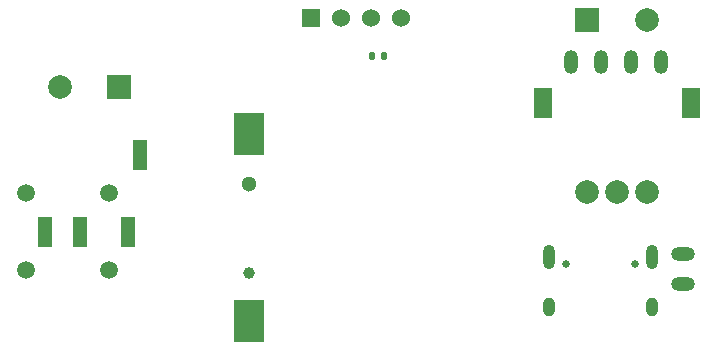
<source format=gbr>
%TF.GenerationSoftware,KiCad,Pcbnew,(6.0.2)*%
%TF.CreationDate,2022-04-09T20:57:27+08:00*%
%TF.ProjectId,Morse_code_PCB,4d6f7273-655f-4636-9f64-655f5043422e,rev?*%
%TF.SameCoordinates,Original*%
%TF.FileFunction,Soldermask,Bot*%
%TF.FilePolarity,Negative*%
%FSLAX46Y46*%
G04 Gerber Fmt 4.6, Leading zero omitted, Abs format (unit mm)*
G04 Created by KiCad (PCBNEW (6.0.2)) date 2022-04-09 20:57:27*
%MOMM*%
%LPD*%
G01*
G04 APERTURE LIST*
G04 Aperture macros list*
%AMRoundRect*
0 Rectangle with rounded corners*
0 $1 Rounding radius*
0 $2 $3 $4 $5 $6 $7 $8 $9 X,Y pos of 4 corners*
0 Add a 4 corners polygon primitive as box body*
4,1,4,$2,$3,$4,$5,$6,$7,$8,$9,$2,$3,0*
0 Add four circle primitives for the rounded corners*
1,1,$1+$1,$2,$3*
1,1,$1+$1,$4,$5*
1,1,$1+$1,$6,$7*
1,1,$1+$1,$8,$9*
0 Add four rect primitives between the rounded corners*
20,1,$1+$1,$2,$3,$4,$5,0*
20,1,$1+$1,$4,$5,$6,$7,0*
20,1,$1+$1,$6,$7,$8,$9,0*
20,1,$1+$1,$8,$9,$2,$3,0*%
G04 Aperture macros list end*
%ADD10R,2.000000X2.000000*%
%ADD11C,2.000000*%
%ADD12O,2.000000X1.200000*%
%ADD13R,1.500000X2.500000*%
%ADD14R,1.524000X1.524000*%
%ADD15C,1.524000*%
%ADD16C,0.650000*%
%ADD17O,1.000000X2.100000*%
%ADD18O,1.000000X1.600000*%
%ADD19C,1.500000*%
%ADD20RoundRect,0.135000X-0.135000X-0.185000X0.135000X-0.185000X0.135000X0.185000X-0.135000X0.185000X0*%
%ADD21O,1.200000X2.000000*%
%ADD22C,1.300000*%
%ADD23C,1.000000*%
%ADD24R,2.600000X3.540000*%
%ADD25R,2.600000X3.660000*%
%ADD26R,1.200000X2.500000*%
G04 APERTURE END LIST*
D10*
%TO.C,BZ1*%
X80070785Y-139800000D03*
D11*
X75070785Y-139800000D03*
%TD*%
D12*
%TO.C,J4*%
X127800000Y-156500000D03*
X127800000Y-153960000D03*
%TD*%
D13*
%TO.C,SW1*%
X115950000Y-141150000D03*
X128450000Y-141150000D03*
D11*
X119700000Y-148650000D03*
X124700000Y-148650000D03*
X122200000Y-148650000D03*
D10*
X119700000Y-134150000D03*
D11*
X124700000Y-134150000D03*
%TD*%
D14*
%TO.C,U2*%
X96295000Y-133995000D03*
D15*
X98835000Y-133995000D03*
X101375000Y-133995000D03*
X103915000Y-133995000D03*
%TD*%
D16*
%TO.C,J1*%
X123690000Y-154760000D03*
X117910000Y-154760000D03*
D17*
X116480000Y-154230000D03*
X125120000Y-154230000D03*
D18*
X125120000Y-158410000D03*
X116480000Y-158410000D03*
%TD*%
D19*
%TO.C,J3*%
X72155000Y-155300000D03*
X79155000Y-155300000D03*
%TD*%
D20*
%TO.C,R15*%
X101440000Y-137170000D03*
X102460000Y-137170000D03*
%TD*%
D21*
%TO.C,J5*%
X118290000Y-137700000D03*
X120830000Y-137700000D03*
X123370000Y-137700000D03*
X125910000Y-137700000D03*
%TD*%
D22*
%TO.C,BT1*%
X91040000Y-148040000D03*
D23*
X91040000Y-155540000D03*
D24*
X91040000Y-143810000D03*
D25*
X91040000Y-159610000D03*
%TD*%
D19*
%TO.C,J2*%
X72155000Y-148800000D03*
X79155000Y-148800000D03*
D26*
X76755000Y-152050000D03*
X73755000Y-152050000D03*
X81855000Y-145550000D03*
X80755000Y-152050000D03*
%TD*%
M02*

</source>
